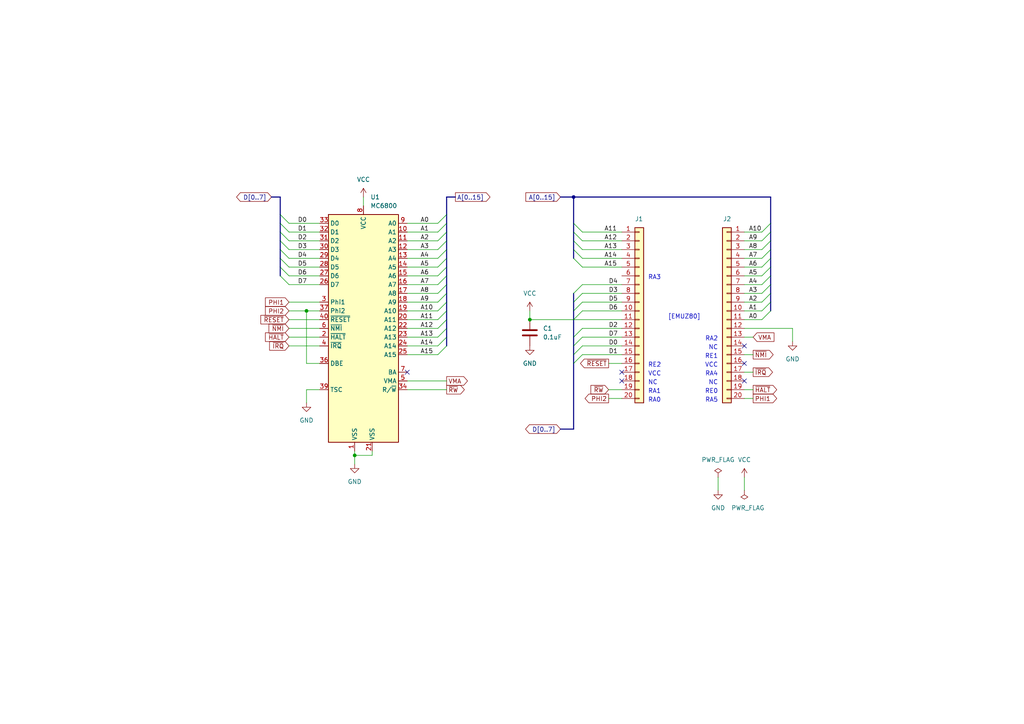
<source format=kicad_sch>
(kicad_sch (version 20211123) (generator eeschema)
  (paper "A4")
  (title_block (title "MEZ6800 Mezzanine board for EMUZ80") (date "2022-09-09") (rev "A") (company "Satoshi Okue"))
  (lib_symbols
    (symbol "CPU_NXP_6800:MC6800"
      (property "Reference" "U1" (at 2.0194 38.1 0))
      (property "Value" "MC6800" (at 2.0194 35.56 0))
      (symbol "MC6800_0_1"
        (rectangle (start -10.16 -33.02) (end 10.16 33.02) (stroke (width 0.254)) (fill (type background)))
      )
      (symbol "MC6800_1_1"
        (pin power_in line (at -2.54 -35.56 90) (length 2.54) (name "VSS") (number "1"))
        (pin output line (at 12.7 27.94 180) (length 2.54) (name "A1") (number "10"))
        (pin output line (at 12.7 25.4 180) (length 2.54) (name "A2") (number "11"))
        (pin output line (at 12.7 22.86 180) (length 2.54) (name "A3") (number "12"))
        (pin output line (at 12.7 20.32 180) (length 2.54) (name "A4") (number "13"))
        (pin output line (at 12.7 17.78 180) (length 2.54) (name "A5") (number "14"))
        (pin output line (at 12.7 15.24 180) (length 2.54) (name "A6") (number "15"))
        (pin output line (at 12.7 12.7 180) (length 2.54) (name "A7") (number "16"))
        (pin output line (at 12.7 10.16 180) (length 2.54) (name "A8") (number "17"))
        (pin output line (at 12.7 7.62 180) (length 2.54) (name "A9") (number "18"))
        (pin output line (at 12.7 5.08 180) (length 2.54) (name "A10") (number "19"))
        (pin input line (at -12.7 -2.54 0) (length 2.54) (name "~{HALT}") (number "2"))
        (pin output line (at 12.7 2.54 180) (length 2.54) (name "A11") (number "20"))
        (pin power_in line (at 2.54 -35.56 90) (length 2.54) (name "VSS") (number "21"))
        (pin output line (at 12.7 0 180) (length 2.54) (name "A12") (number "22"))
        (pin output line (at 12.7 -2.54 180) (length 2.54) (name "A13") (number "23"))
        (pin output line (at 12.7 -5.08 180) (length 2.54) (name "A14") (number "24"))
        (pin output line (at 12.7 -7.62 180) (length 2.54) (name "A15") (number "25"))
        (pin bidirectional line (at -12.7 12.7 0) (length 2.54) (name "D7") (number "26"))
        (pin bidirectional line (at -12.7 15.24 0) (length 2.54) (name "D6") (number "27"))
        (pin bidirectional line (at -12.7 17.78 0) (length 2.54) (name "D5") (number "28"))
        (pin bidirectional line (at -12.7 20.32 0) (length 2.54) (name "D4") (number "29"))
        (pin input line (at -12.7 7.62 0) (length 2.54) (name "Phi1") (number "3"))
        (pin bidirectional line (at -12.7 22.86 0) (length 2.54) (name "D3") (number "30"))
        (pin bidirectional line (at -12.7 25.4 0) (length 2.54) (name "D2") (number "31"))
        (pin bidirectional line (at -12.7 27.94 0) (length 2.54) (name "D1") (number "32"))
        (pin bidirectional line (at -12.7 30.48 0) (length 2.54) (name "D0") (number "33"))
        (pin output line (at 12.7 -17.78 180) (length 2.54) (name "R/~{W}") (number "34"))
        (pin no_connect line (at -10.16 -25.4 0) (length 2.54) hide (name "N.C.") (number "35"))
        (pin input line (at -12.7 -10.16 0) (length 2.54) (name "DBE") (number "36"))
        (pin input line (at -12.7 5.08 0) (length 2.54) (name "Phi2") (number "37"))
        (pin no_connect line (at -10.16 -22.86 0) (length 2.54) hide (name "N.C.") (number "38"))
        (pin input line (at -12.7 -17.78 0) (length 2.54) (name "TSC") (number "39"))
        (pin input line (at -12.7 -5.08 0) (length 2.54) (name "~{IRQ}") (number "4"))
        (pin input line (at -12.7 2.54 0) (length 2.54) (name "~{RESET}") (number "40"))
        (pin output line (at 12.7 -15.24 180) (length 2.54) (name "VMA") (number "5"))
        (pin input line (at -12.7 0 0) (length 2.54) (name "~{NMI}") (number "6"))
        (pin output line (at 12.7 -12.7 180) (length 2.54) (name "BA") (number "7"))
        (pin power_in line (at 0 35.56 270) (length 2.54) (name "VCC") (number "8"))
        (pin output line (at 12.7 30.48 180) (length 2.54) (name "A0") (number "9"))
      )
    )
    (symbol "Connector_Generic:Conn_01x20" (pin_names (offset 1.016) hide)
      (property "Reference" "J" (at 0 25.4 0))
      (property "Value" "Conn_01x20" (at 0 -27.94 0))
      (symbol "Conn_01x20_1_1"
        (rectangle (start -1.27 -25.273) (end 0 -25.527) (stroke (width 0.1524)))
        (rectangle (start -1.27 -22.733) (end 0 -22.987) (stroke (width 0.1524)))
        (rectangle (start -1.27 -20.193) (end 0 -20.447) (stroke (width 0.1524)))
        (rectangle (start -1.27 -17.653) (end 0 -17.907) (stroke (width 0.1524)))
        (rectangle (start -1.27 -15.113) (end 0 -15.367) (stroke (width 0.1524)))
        (rectangle (start -1.27 -12.573) (end 0 -12.827) (stroke (width 0.1524)))
        (rectangle (start -1.27 -10.033) (end 0 -10.287) (stroke (width 0.1524)))
        (rectangle (start -1.27 -7.493) (end 0 -7.747) (stroke (width 0.1524)))
        (rectangle (start -1.27 -4.953) (end 0 -5.207) (stroke (width 0.1524)))
        (rectangle (start -1.27 -2.413) (end 0 -2.667) (stroke (width 0.1524)))
        (rectangle (start -1.27 0.127) (end 0 -0.127) (stroke (width 0.1524)))
        (rectangle (start -1.27 2.667) (end 0 2.413) (stroke (width 0.1524)))
        (rectangle (start -1.27 5.207) (end 0 4.953) (stroke (width 0.1524)))
        (rectangle (start -1.27 7.747) (end 0 7.493) (stroke (width 0.1524)))
        (rectangle (start -1.27 10.287) (end 0 10.033) (stroke (width 0.1524)))
        (rectangle (start -1.27 12.827) (end 0 12.573) (stroke (width 0.1524)))
        (rectangle (start -1.27 15.367) (end 0 15.113) (stroke (width 0.1524)))
        (rectangle (start -1.27 17.907) (end 0 17.653) (stroke (width 0.1524)))
        (rectangle (start -1.27 20.447) (end 0 20.193) (stroke (width 0.1524)))
        (rectangle (start -1.27 22.987) (end 0 22.733) (stroke (width 0.1524)))
        (rectangle (start -1.27 24.13) (end 1.27 -26.67) (stroke (width 0.254)) (fill (type background)))
        (pin passive line (at -5.08 22.86 0) (length 3.81) (name "Pin_1") (number "1"))
        (pin passive line (at -5.08 0 0) (length 3.81) (name "Pin_10") (number "10"))
        (pin passive line (at -5.08 -2.54 0) (length 3.81) (name "Pin_11") (number "11"))
        (pin passive line (at -5.08 -5.08 0) (length 3.81) (name "Pin_12") (number "12"))
        (pin passive line (at -5.08 -7.62 0) (length 3.81) (name "Pin_13") (number "13"))
        (pin passive line (at -5.08 -10.16 0) (length 3.81) (name "Pin_14") (number "14"))
        (pin passive line (at -5.08 -12.7 0) (length 3.81) (name "Pin_15") (number "15"))
        (pin passive line (at -5.08 -15.24 0) (length 3.81) (name "Pin_16") (number "16"))
        (pin passive line (at -5.08 -17.78 0) (length 3.81) (name "Pin_17") (number "17"))
        (pin passive line (at -5.08 -20.32 0) (length 3.81) (name "Pin_18") (number "18"))
        (pin passive line (at -5.08 -22.86 0) (length 3.81) (name "Pin_19") (number "19"))
        (pin passive line (at -5.08 20.32 0) (length 3.81) (name "Pin_2") (number "2"))
        (pin passive line (at -5.08 -25.4 0) (length 3.81) (name "Pin_20") (number "20"))
        (pin passive line (at -5.08 17.78 0) (length 3.81) (name "Pin_3") (number "3"))
        (pin passive line (at -5.08 15.24 0) (length 3.81) (name "Pin_4") (number "4"))
        (pin passive line (at -5.08 12.7 0) (length 3.81) (name "Pin_5") (number "5"))
        (pin passive line (at -5.08 10.16 0) (length 3.81) (name "Pin_6") (number "6"))
        (pin passive line (at -5.08 7.62 0) (length 3.81) (name "Pin_7") (number "7"))
        (pin passive line (at -5.08 5.08 0) (length 3.81) (name "Pin_8") (number "8"))
        (pin passive line (at -5.08 2.54 0) (length 3.81) (name "Pin_9") (number "9"))
      )
    )
    (symbol "Device:C" (pin_numbers hide) (pin_names (offset 0.254))
      (property "Reference" "C" (at 0.635 2.54 0))
      (property "Value" "C" (at 0.635 -2.54 0))
      (symbol "C_0_1"
        (polyline (pts (xy -2.032 -0.762) (xy 2.032 -0.762)) (stroke (width 0.508)))
        (polyline (pts (xy -2.032 0.762) (xy 2.032 0.762)) (stroke (width 0.508)))
      )
      (symbol "C_1_1"
        (pin passive line (at 0 3.81 270) (length 2.794) (name "~") (number "1"))
        (pin passive line (at 0 -3.81 90) (length 2.794) (name "~") (number "2"))
      )
    )
    (symbol "power:GND" (power) (pin_names (offset 0))
      (property "Value" "GND" (at 0 -3.81 0))
      (symbol "GND_0_1"
        (polyline (pts (xy 0 0) (xy 0 -1.27) (xy 1.27 -1.27) (xy 0 -2.54) (xy -1.27 -1.27) (xy 0 -1.27)))
      )
      (symbol "GND_1_1"
        (pin power_in line (at 0 0 270) (length 0) hide (name "GND") (number "1"))
      )
    )
    (symbol "power:PWR_FLAG" (power) (pin_numbers hide) (pin_names (offset 0) hide)
      (property "Value" "PWR_FLAG" (at 0 3.81 0))
      (symbol "PWR_FLAG_0_0"
        (pin power_out line (at 0 0 90) (length 0) (name "pwr") (number "1"))
      )
      (symbol "PWR_FLAG_0_1"
        (polyline (pts (xy 0 0) (xy 0 1.27) (xy -1.016 1.905) (xy 0 2.54) (xy 1.016 1.905) (xy 0 1.27)))
      )
    )
    (symbol "power:VCC" (power) (pin_names (offset 0))
      (property "Value" "VCC" (at 0 3.81 0))
      (symbol "VCC_0_1"
        (polyline (pts (xy -0.762 1.27) (xy 0 2.54)))
        (polyline (pts (xy 0 0) (xy 0 2.54)))
        (polyline (pts (xy 0 2.54) (xy 0.762 1.27)))
      )
      (symbol "VCC_1_1"
        (pin power_in line (at 0 0 90) (length 0) hide (name "VCC") (number "1"))
      )
    )
  )
  (junction (at 88.9 90.17))
  (junction (at 153.67 92.71))
  (junction (at 102.87 132.08))
  (junction (at 166.37 57.15))
  (no_connect (at 215.9 100.33))
  (no_connect (at 215.9 110.49))
  (no_connect (at 180.34 110.49))
  (no_connect (at 180.34 107.95))
  (no_connect (at 215.9 105.41))
  (no_connect (at 118.11 107.95))
  (bus_entry (at 223.52 74.93) (size -2.54 2.54))
  (bus_entry (at 129.54 67.31) (size -2.54 2.54))
  (bus_entry (at 166.37 72.39) (size 2.54 2.54))
  (bus_entry (at 223.52 87.63) (size -2.54 2.54))
  (bus_entry (at 166.37 85.09) (size 2.54 -2.54))
  (bus_entry (at 81.28 62.23) (size 2.54 2.54))
  (bus_entry (at 223.52 64.77) (size -2.54 2.54))
  (bus_entry (at 81.28 69.85) (size 2.54 2.54))
  (bus_entry (at 223.52 72.39) (size -2.54 2.54))
  (bus_entry (at 129.54 64.77) (size -2.54 2.54))
  (bus_entry (at 129.54 72.39) (size -2.54 2.54))
  (bus_entry (at 81.28 77.47) (size 2.54 2.54))
  (bus_entry (at 223.52 90.17) (size -2.54 2.54))
  (bus_entry (at 166.37 102.87) (size 2.54 -2.54))
  (bus_entry (at 166.37 105.41) (size 2.54 -2.54))
  (bus_entry (at 129.54 62.23) (size -2.54 2.54))
  (bus_entry (at 129.54 87.63) (size -2.54 2.54))
  (bus_entry (at 129.54 82.55) (size -2.54 2.54))
  (bus_entry (at 166.37 87.63) (size 2.54 -2.54))
  (bus_entry (at 129.54 100.33) (size -2.54 2.54))
  (bus_entry (at 166.37 92.71) (size 2.54 -2.54))
  (bus_entry (at 129.54 85.09) (size -2.54 2.54))
  (bus_entry (at 129.54 92.71) (size -2.54 2.54))
  (bus_entry (at 129.54 77.47) (size -2.54 2.54))
  (bus_entry (at 81.28 80.01) (size 2.54 2.54))
  (bus_entry (at 129.54 90.17) (size -2.54 2.54))
  (bus_entry (at 223.52 80.01) (size -2.54 2.54))
  (bus_entry (at 166.37 67.31) (size 2.54 2.54))
  (bus_entry (at 129.54 74.93) (size -2.54 2.54))
  (bus_entry (at 166.37 74.93) (size 2.54 2.54))
  (bus_entry (at 166.37 69.85) (size 2.54 2.54))
  (bus_entry (at 81.28 74.93) (size 2.54 2.54))
  (bus_entry (at 166.37 64.77) (size 2.54 2.54))
  (bus_entry (at 223.52 67.31) (size -2.54 2.54))
  (bus_entry (at 129.54 97.79) (size -2.54 2.54))
  (bus_entry (at 166.37 90.17) (size 2.54 -2.54))
  (bus_entry (at 81.28 67.31) (size 2.54 2.54))
  (bus_entry (at 223.52 77.47) (size -2.54 2.54))
  (bus_entry (at 129.54 95.25) (size -2.54 2.54))
  (bus_entry (at 223.52 82.55) (size -2.54 2.54))
  (bus_entry (at 166.37 97.79) (size 2.54 -2.54))
  (bus_entry (at 81.28 64.77) (size 2.54 2.54))
  (bus_entry (at 166.37 100.33) (size 2.54 -2.54))
  (bus_entry (at 129.54 80.01) (size -2.54 2.54))
  (bus_entry (at 81.28 72.39) (size 2.54 2.54))
  (bus_entry (at 223.52 69.85) (size -2.54 2.54))
  (bus_entry (at 129.54 69.85) (size -2.54 2.54))
  (bus_entry (at 223.52 85.09) (size -2.54 2.54))
  (bus (pts (xy 129.54 80.01) (xy 129.54 82.55)))
  (wire (pts (xy 83.82 97.79) (xy 92.71 97.79)))
  (bus (pts (xy 81.28 62.23) (xy 81.28 64.77)))
  (bus (pts (xy 129.54 57.15) (xy 129.54 62.23)))
  (wire (pts (xy 118.11 77.47) (xy 127 77.47)))
  (wire (pts (xy 83.82 72.39) (xy 92.71 72.39)))
  (wire (pts (xy 83.82 77.47) (xy 92.71 77.47)))
  (wire (pts (xy 88.9 90.17) (xy 88.9 105.41)))
  (wire (pts (xy 118.11 69.85) (xy 127 69.85)))
  (wire (pts (xy 118.11 102.87) (xy 127 102.87)))
  (wire (pts (xy 107.95 132.08) (xy 102.87 132.08)))
  (wire (pts (xy 83.82 82.55) (xy 92.71 82.55)))
  (wire (pts (xy 105.41 57.15) (xy 105.41 59.69)))
  (wire (pts (xy 83.82 69.85) (xy 92.71 69.85)))
  (wire (pts (xy 83.82 80.01) (xy 92.71 80.01)))
  (bus (pts (xy 129.54 87.63) (xy 129.54 90.17)))
  (bus (pts (xy 223.52 77.47) (xy 223.52 80.01)))
  (bus (pts (xy 223.52 67.31) (xy 223.52 69.85)))
  (bus (pts (xy 223.52 74.93) (xy 223.52 77.47)))
  (bus (pts (xy 129.54 97.79) (xy 129.54 100.33)))
  (bus (pts (xy 223.52 85.09) (xy 223.52 87.63)))
  (bus (pts (xy 81.28 64.77) (xy 81.28 67.31)))
  (wire (pts (xy 168.91 67.31) (xy 180.34 67.31)))
  (wire (pts (xy 176.53 115.57) (xy 180.34 115.57)))
  (wire (pts (xy 83.82 90.17) (xy 88.9 90.17)))
  (wire (pts (xy 215.9 67.31) (xy 220.98 67.31)))
  (wire (pts (xy 215.9 95.25) (xy 229.87 95.25)))
  (bus (pts (xy 166.37 90.17) (xy 166.37 92.71)))
  (wire (pts (xy 168.91 82.55) (xy 180.34 82.55)))
  (wire (pts (xy 168.91 87.63) (xy 180.34 87.63)))
  (wire (pts (xy 83.82 67.31) (xy 92.71 67.31)))
  (bus (pts (xy 129.54 92.71) (xy 129.54 95.25)))
  (bus (pts (xy 129.54 69.85) (xy 129.54 72.39)))
  (wire (pts (xy 168.91 85.09) (xy 180.34 85.09)))
  (wire (pts (xy 118.11 82.55) (xy 127 82.55)))
  (bus (pts (xy 223.52 64.77) (xy 223.52 67.31)))
  (bus (pts (xy 129.54 72.39) (xy 129.54 74.93)))
  (wire (pts (xy 168.91 74.93) (xy 180.34 74.93)))
  (wire (pts (xy 166.37 92.71) (xy 180.34 92.71)))
  (wire (pts (xy 118.11 80.01) (xy 127 80.01)))
  (bus (pts (xy 166.37 64.77) (xy 166.37 57.15)))
  (wire (pts (xy 118.11 110.49) (xy 129.54 110.49)))
  (wire (pts (xy 88.9 113.03) (xy 88.9 116.84)))
  (bus (pts (xy 162.56 57.15) (xy 166.37 57.15)))
  (wire (pts (xy 83.82 100.33) (xy 92.71 100.33)))
  (bus (pts (xy 223.52 57.15) (xy 223.52 64.77)))
  (bus (pts (xy 129.54 67.31) (xy 129.54 69.85)))
  (bus (pts (xy 223.52 80.01) (xy 223.52 82.55)))
  (wire (pts (xy 168.91 69.85) (xy 180.34 69.85)))
  (wire (pts (xy 168.91 102.87) (xy 180.34 102.87)))
  (bus (pts (xy 166.37 74.93) (xy 166.37 72.39)))
  (wire (pts (xy 215.9 69.85) (xy 220.98 69.85)))
  (wire (pts (xy 215.9 138.43) (xy 215.9 142.24)))
  (bus (pts (xy 166.37 97.79) (xy 166.37 100.33)))
  (wire (pts (xy 168.91 95.25) (xy 180.34 95.25)))
  (bus (pts (xy 166.37 102.87) (xy 166.37 105.41)))
  (wire (pts (xy 215.9 90.17) (xy 220.98 90.17)))
  (wire (pts (xy 215.9 102.87) (xy 218.44 102.87)))
  (wire (pts (xy 215.9 113.03) (xy 218.44 113.03)))
  (bus (pts (xy 166.37 72.39) (xy 166.37 69.85)))
  (bus (pts (xy 81.28 67.31) (xy 81.28 69.85)))
  (wire (pts (xy 168.91 100.33) (xy 180.34 100.33)))
  (wire (pts (xy 215.9 115.57) (xy 218.44 115.57)))
  (wire (pts (xy 118.11 92.71) (xy 127 92.71)))
  (wire (pts (xy 118.11 85.09) (xy 127 85.09)))
  (bus (pts (xy 223.52 87.63) (xy 223.52 90.17)))
  (wire (pts (xy 83.82 64.77) (xy 92.71 64.77)))
  (wire (pts (xy 153.67 92.71) (xy 166.37 92.71)))
  (bus (pts (xy 166.37 85.09) (xy 166.37 87.63)))
  (wire (pts (xy 215.9 77.47) (xy 220.98 77.47)))
  (bus (pts (xy 166.37 57.15) (xy 223.52 57.15)))
  (wire (pts (xy 118.11 90.17) (xy 127 90.17)))
  (wire (pts (xy 118.11 97.79) (xy 127 97.79)))
  (wire (pts (xy 215.9 74.93) (xy 220.98 74.93)))
  (wire (pts (xy 83.82 92.71) (xy 92.71 92.71)))
  (wire (pts (xy 215.9 97.79) (xy 218.44 97.79)))
  (wire (pts (xy 215.9 82.55) (xy 220.98 82.55)))
  (wire (pts (xy 215.9 92.71) (xy 220.98 92.71)))
  (wire (pts (xy 83.82 95.25) (xy 92.71 95.25)))
  (wire (pts (xy 88.9 105.41) (xy 92.71 105.41)))
  (bus (pts (xy 129.54 62.23) (xy 129.54 64.77)))
  (bus (pts (xy 78.74 57.15) (xy 81.28 57.15)))
  (wire (pts (xy 118.11 64.77) (xy 127 64.77)))
  (wire (pts (xy 102.87 130.81) (xy 102.87 132.08)))
  (bus (pts (xy 129.54 95.25) (xy 129.54 97.79)))
  (wire (pts (xy 118.11 100.33) (xy 127 100.33)))
  (bus (pts (xy 81.28 57.15) (xy 81.28 62.23)))
  (bus (pts (xy 129.54 82.55) (xy 129.54 85.09)))
  (bus (pts (xy 166.37 100.33) (xy 166.37 102.87)))
  (wire (pts (xy 229.87 95.25) (xy 229.87 99.06)))
  (wire (pts (xy 153.67 90.17) (xy 153.67 92.71)))
  (wire (pts (xy 118.11 72.39) (xy 127 72.39)))
  (wire (pts (xy 215.9 80.01) (xy 220.98 80.01)))
  (wire (pts (xy 176.53 105.41) (xy 180.34 105.41)))
  (wire (pts (xy 88.9 90.17) (xy 92.71 90.17)))
  (wire (pts (xy 92.71 113.03) (xy 88.9 113.03)))
  (wire (pts (xy 215.9 85.09) (xy 220.98 85.09)))
  (wire (pts (xy 208.28 138.43) (xy 208.28 142.24)))
  (bus (pts (xy 166.37 67.31) (xy 166.37 64.77)))
  (wire (pts (xy 118.11 113.03) (xy 129.54 113.03)))
  (wire (pts (xy 107.95 130.81) (xy 107.95 132.08)))
  (wire (pts (xy 168.91 77.47) (xy 180.34 77.47)))
  (wire (pts (xy 102.87 132.08) (xy 102.87 134.62)))
  (bus (pts (xy 223.52 82.55) (xy 223.52 85.09)))
  (wire (pts (xy 118.11 87.63) (xy 127 87.63)))
  (wire (pts (xy 168.91 97.79) (xy 180.34 97.79)))
  (wire (pts (xy 83.82 87.63) (xy 92.71 87.63)))
  (wire (pts (xy 168.91 72.39) (xy 180.34 72.39)))
  (bus (pts (xy 166.37 87.63) (xy 166.37 90.17)))
  (bus (pts (xy 166.37 69.85) (xy 166.37 67.31)))
  (bus (pts (xy 166.37 92.71) (xy 166.37 97.79)))
  (bus (pts (xy 129.54 77.47) (xy 129.54 80.01)))
  (bus (pts (xy 129.54 74.93) (xy 129.54 77.47)))
  (wire (pts (xy 168.91 90.17) (xy 180.34 90.17)))
  (bus (pts (xy 129.54 90.17) (xy 129.54 92.71)))
  (bus (pts (xy 166.37 105.41) (xy 166.37 124.46)))
  (bus (pts (xy 129.54 64.77) (xy 129.54 67.31)))
  (wire (pts (xy 215.9 87.63) (xy 220.98 87.63)))
  (wire (pts (xy 118.11 74.93) (xy 127 74.93)))
  (wire (pts (xy 215.9 107.95) (xy 218.44 107.95)))
  (bus (pts (xy 81.28 69.85) (xy 81.28 72.39)))
  (bus (pts (xy 81.28 72.39) (xy 81.28 74.93)))
  (bus (pts (xy 223.52 69.85) (xy 223.52 72.39)))
  (wire (pts (xy 176.53 113.03) (xy 180.34 113.03)))
  (wire (pts (xy 215.9 72.39) (xy 220.98 72.39)))
  (bus (pts (xy 129.54 85.09) (xy 129.54 87.63)))
  (bus (pts (xy 223.52 72.39) (xy 223.52 74.93)))
  (bus (pts (xy 81.28 74.93) (xy 81.28 77.47)))
  (bus (pts (xy 162.56 124.46) (xy 166.37 124.46)))
  (wire (pts (xy 83.82 74.93) (xy 92.71 74.93)))
  (bus (pts (xy 132.08 57.15) (xy 129.54 57.15)))
  (wire (pts (xy 118.11 67.31) (xy 127 67.31)))
  (bus (pts (xy 81.28 77.47) (xy 81.28 80.01)))
  (wire (pts (xy 118.11 95.25) (xy 127 95.25)))
  (text "RA2" (at 208.28 99.06 180) (effects (font (size 1.27 1.27)) (justify right bottom)))
  (text "[EMUZ80]" (at 203.2 92.71 180) (effects (font (size 1.27 1.27)) (justify right bottom)))
  (text "VCC" (at 187.96 109.22 0) (effects (font (size 1.27 1.27)) (justify left bottom)))
  (text "RA3" (at 187.96 81.28 0) (effects (font (size 1.27 1.27)) (justify left bottom)))
  (text "NC" (at 208.28 101.6 180) (effects (font (size 1.27 1.27)) (justify right bottom)))
  (text "RE2" (at 187.96 106.68 0) (effects (font (size 1.27 1.27)) (justify left bottom)))
  (text "VCC" (at 208.28 106.68 180) (effects (font (size 1.27 1.27)) (justify right bottom)))
  (text "RA4" (at 208.28 109.22 180) (effects (font (size 1.27 1.27)) (justify right bottom)))
  (text "RA0" (at 187.96 116.84 0) (effects (font (size 1.27 1.27)) (justify left bottom)))
  (text "NC" (at 208.28 111.76 180) (effects (font (size 1.27 1.27)) (justify right bottom)))
  (text "RE0" (at 208.28 114.3 180) (effects (font (size 1.27 1.27)) (justify right bottom)))
  (text "RA1" (at 187.96 114.3 0) (effects (font (size 1.27 1.27)) (justify left bottom)))
  (text "RE1" (at 208.28 104.14 180) (effects (font (size 1.27 1.27)) (justify right bottom)))
  (text "NC" (at 187.96 111.76 0) (effects (font (size 1.27 1.27)) (justify left bottom)))
  (text "RA5" (at 208.28 116.84 180) (effects (font (size 1.27 1.27)) (justify right bottom)))
  (label "A13" (at 175.26 72.39 0))
  (label "A5" (at 217.17 80.01 0))
  (label "A3" (at 217.17 85.09 0))
  (label "A1" (at 217.17 90.17 0))
  (label "A2" (at 217.17 87.63 0))
  (label "A6" (at 217.17 77.47 0))
  (label "A6" (at 121.92 80.01 0))
  (label "D4" (at 86.36 74.93 0))
  (label "D1" (at 176.53 102.87 0))
  (label "D3" (at 86.36 72.39 0))
  (label "A14" (at 175.26 74.93 0))
  (label "A12" (at 121.92 95.25 0))
  (label "A11" (at 121.92 92.71 0))
  (label "D6" (at 86.36 80.01 0))
  (label "A0" (at 217.17 92.71 0))
  (label "D0" (at 176.53 100.33 0))
  (label "D1" (at 86.36 67.31 0))
  (label "A4" (at 217.17 82.55 0))
  (label "D4" (at 176.53 82.55 0))
  (label "D2" (at 86.36 69.85 0))
  (label "A1" (at 121.92 67.31 0))
  (label "D7" (at 176.53 97.79 0))
  (label "A14" (at 121.92 100.33 0))
  (label "A8" (at 121.92 85.09 0))
  (label "A5" (at 121.92 77.47 0))
  (label "D2" (at 176.53 95.25 0))
  (label "A11" (at 175.26 67.31 0))
  (label "A7" (at 217.17 74.93 0))
  (label "D6" (at 176.53 90.17 0))
  (label "A13" (at 121.92 97.79 0))
  (label "A0" (at 121.92 64.77 0))
  (label "A10" (at 121.92 90.17 0))
  (label "A15" (at 175.26 77.47 0))
  (label "A9" (at 121.92 87.63 0))
  (label "A10" (at 217.17 67.31 0))
  (label "A3" (at 121.92 72.39 0))
  (label "A8" (at 217.17 72.39 0))
  (label "A12" (at 175.26 69.85 0))
  (label "D5" (at 176.53 87.63 0))
  (label "A7" (at 121.92 82.55 0))
  (label "D3" (at 176.53 85.09 0))
  (label "D7" (at 86.36 82.55 0))
  (label "A9" (at 217.17 69.85 0))
  (label "D5" (at 86.36 77.47 0))
  (label "A2" (at 121.92 69.85 0))
  (label "A4" (at 121.92 74.93 0))
  (label "D0" (at 86.36 64.77 0))
  (label "A15" (at 121.92 102.87 0))
  (global_label "~{RESET}" (shape input) (at 83.82 92.71 180) (property "シート間のリファレンス" "${INTERSHEET_REFS}" (effects hide)))
  (global_label "VMA" (shape output) (at 129.54 110.49 0) (property "シート間のリファレンス" "${INTERSHEET_REFS}" (effects hide)))
  (global_label "VMA" (shape input) (at 218.44 97.79 0) (property "シート間のリファレンス" "${INTERSHEET_REFS}" (effects hide)))
  (global_label "D[0..7]" (shape bidirectional) (at 78.74 57.15 180) (property "シート間のリファレンス" "${INTERSHEET_REFS}" (effects hide)))
  (global_label "~{NMI}" (shape input) (at 83.82 95.25 180) (property "シート間のリファレンス" "${INTERSHEET_REFS}" (effects hide)))
  (global_label "A[0..15]" (shape output) (at 132.08 57.15 0) (property "シート間のリファレンス" "${INTERSHEET_REFS}" (effects hide)))
  (global_label "~{HALT}" (shape input) (at 83.82 97.79 180) (property "シート間のリファレンス" "${INTERSHEET_REFS}" (effects hide)))
  (global_label "~{HALT}" (shape output) (at 218.44 113.03 0) (property "シート間のリファレンス" "${INTERSHEET_REFS}" (effects hide)))
  (global_label "~{IRQ}" (shape output) (at 218.44 107.95 0) (property "シート間のリファレンス" "${INTERSHEET_REFS}" (effects hide)))
  (global_label "PHI2" (shape output) (at 176.53 115.57 180) (property "シート間のリファレンス" "${INTERSHEET_REFS}" (effects hide)))
  (global_label "~{RW}" (shape input) (at 176.53 113.03 180) (property "シート間のリファレンス" "${INTERSHEET_REFS}" (effects hide)))
  (global_label "PHI1" (shape output) (at 218.44 115.57 0) (property "シート間のリファレンス" "${INTERSHEET_REFS}" (effects hide)))
  (global_label "~{RESET}" (shape output) (at 176.53 105.41 180) (property "シート間のリファレンス" "${INTERSHEET_REFS}" (effects hide)))
  (global_label "PHI1" (shape input) (at 83.82 87.63 180) (property "シート間のリファレンス" "${INTERSHEET_REFS}" (effects hide)))
  (global_label "PHI2" (shape input) (at 83.82 90.17 180) (property "シート間のリファレンス" "${INTERSHEET_REFS}" (effects hide)))
  (global_label "D[0..7]" (shape bidirectional) (at 162.56 124.46 180) (property "シート間のリファレンス" "${INTERSHEET_REFS}" (effects hide)))
  (global_label "~{RW}" (shape output) (at 129.54 113.03 0) (property "シート間のリファレンス" "${INTERSHEET_REFS}" (effects hide)))
  (global_label "A[0..15]" (shape input) (at 162.56 57.15 180) (property "シート間のリファレンス" "${INTERSHEET_REFS}" (effects hide)))
  (global_label "~{IRQ}" (shape input) (at 83.82 100.33 180) (property "シート間のリファレンス" "${INTERSHEET_REFS}" (effects hide)))
  (global_label "~{NMI}" (shape output) (at 218.44 102.87 0) (property "シート間のリファレンス" "${INTERSHEET_REFS}" (effects hide)))
  (symbol (lib_id "Connector_Generic:Conn_01x20") (at 210.82 90.17 0) (mirror y) (unit 1)
    (property "Reference" "J2" (at 212.09 63.5 0) (effects (justify left)))
    (property "Value" "Conn_01x20" (effects hide))
    (property "Footprint" "Connector_PinHeader_2.54mm:PinHeader_1x20_P2.54mm_Vertical" (effects hide))
  )
  (symbol (lib_id "power:GND") (at 229.87 99.06 0) (unit 1)
    (property "Reference" "#PWR0107" (effects hide))
    (property "Value" "GND" (at 229.87 104.14 0))
  )
  (symbol (lib_id "power:VCC") (at 215.9 138.43 0) (unit 1)
    (property "Reference" "#PWR0109" (effects hide))
    (property "Value" "VCC" (at 215.9 133.35 0))
  )
  (symbol (lib_id "power:GND") (at 153.67 100.33 0) (unit 1)
    (property "Reference" "#PWR0101" (effects hide))
    (property "Value" "GND" (at 153.67 105.41 0))
  )
  (symbol (lib_id "CPU_NXP_6800:MC6800") (at 105.41 95.25 0) (unit 1)
    (property "Reference" "U1" (at 107.4294 57.15 0) (effects (justify left)))
    (property "Value" "MC6800" (at 107.4294 59.69 0) (effects (justify left)))
    (property "Footprint" "Package_DIP:DIP-40_W15.24mm" (effects hide))
    (property "Datasheet" "http://pdf.datasheetcatalog.com/datasheet/motorola/MC68A00L.pdf" (effects hide))
  )
  (symbol (lib_id "power:VCC") (at 105.41 57.15 0) (unit 1)
    (property "Reference" "#PWR0105" (effects hide))
    (property "Value" "VCC" (at 105.41 52.07 0))
  )
  (symbol (lib_id "power:GND") (at 88.9 116.84 0) (unit 1)
    (property "Reference" "#PWR0103" (effects hide))
    (property "Value" "GND" (at 88.9 121.92 0))
  )
  (symbol (lib_id "power:VCC") (at 153.67 90.17 0) (unit 1)
    (property "Reference" "#PWR0102" (effects hide))
    (property "Value" "VCC" (at 153.67 85.09 0))
  )
  (symbol (lib_id "power:PWR_FLAG") (at 208.28 138.43 0) (unit 1)
    (property "Reference" "#FLG0101" (effects hide))
    (property "Value" "PWR_FLAG" (at 208.28 133.35 0))
  )
  (symbol (lib_id "Connector_Generic:Conn_01x20") (at 185.42 90.17 0) (unit 1)
    (property "Reference" "J1" (at 184.15 63.5 0) (effects (justify left)))
    (property "Value" "Conn_01x20" (effects hide))
    (property "Footprint" "Connector_PinHeader_2.54mm:PinHeader_1x20_P2.54mm_Vertical" (effects hide))
  )
  (symbol (lib_id "Device:C") (at 153.67 96.52 0) (unit 1)
    (property "Reference" "C1" (at 157.48 95.2499 0) (effects (justify left)))
    (property "Value" "0.1uF" (at 157.48 97.7899 0) (effects (justify left)))
    (property "Footprint" "Capacitor_THT:C_Disc_D3.8mm_W2.6mm_P2.50mm" (effects hide))
  )
  (symbol (lib_id "power:GND") (at 102.87 134.62 0) (unit 1)
    (property "Reference" "#PWR0104" (effects hide))
    (property "Value" "GND" (at 102.87 139.7 0))
  )
  (symbol (lib_id "power:PWR_FLAG") (at 215.9 142.24 180) (unit 1)
    (property "Reference" "#FLG0102" (effects hide))
    (property "Value" "PWR_FLAG" (at 212.09 147.32 0) (effects (justify right)))
  )
  (symbol (lib_id "power:GND") (at 208.28 142.24 0) (unit 1)
    (property "Reference" "#PWR0110" (effects hide))
    (property "Value" "GND" (at 208.28 147.32 0))
  )
)
</source>
